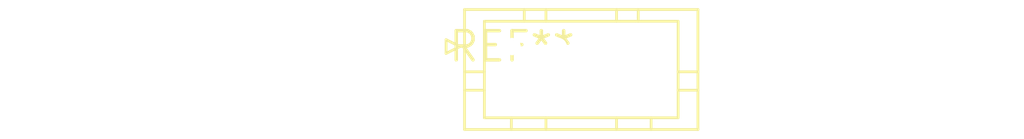
<source format=kicad_pcb>
(kicad_pcb (version 20240108) (generator pcbnew)
  (layers (0 "F.Cu" signal) (31 "B.Cu" signal) (34 "B.Paste" user) (35 "F.Paste" user) (36 "B.SilkS" user "B.Silkscreen") (37 "F.SilkS" user "F.Silkscreen") (38 "B.Mask" user) (39 "F.Mask" user) (44 "Edge.Cuts" user))
  (net 0 "")
  (footprint "JST_PHD_B8B-PHDSS_2x04_P2.00mm_Vertical" (layer "F.Cu") (at 0 0)
    (property "Reference" "REF**")
    (property "Value" "JST_PHD_B8B-PHDSS_2x04_P2.00mm_Vertical")
    (fp_line (start -2.86 -0.3) (end -2.26 0) (layer "F.SilkS") (stroke (width 0.12)))
    (fp_line (start -2.86 0.3) (end -2.86 -0.3) (layer "F.SilkS") (stroke (width 0.12)))
    (fp_line (start -2.26 0) (end -2.86 0.3) (layer "F.SilkS") (stroke (width 0.12)))
    (fp_line (start -2.06 -1.61) (end -2.06 3.61) (layer "F.SilkS") (stroke (width 0.12)))
    (fp_line (start -2.06 1.1) (end -1.2 1.1) (layer "F.SilkS") (stroke (width 0.12)))
    (fp_line (start -2.06 1.9) (end -1.2 1.9) (layer "F.SilkS") (stroke (width 0.12)))
    (fp_line (start -2.06 3.61) (end 8.06 3.61) (layer "F.SilkS") (stroke (width 0.12)))
    (fp_line (start -1.2 -1.1) (end -1.2 3.1) (layer "F.SilkS") (stroke (width 0.12)))
    (fp_line (start -1.2 3.1) (end 7.2 3.1) (layer "F.SilkS") (stroke (width 0.12)))
    (fp_line (start -0.03 3.61) (end -0.03 3.1) (layer "F.SilkS") (stroke (width 0.12)))
    (fp_line (start 0.53 -1.61) (end 0.53 -1.1) (layer "F.SilkS") (stroke (width 0.12)))
    (fp_line (start 1.47 -1.61) (end 1.47 -1.1) (layer "F.SilkS") (stroke (width 0.12)))
    (fp_line (start 1.47 3.61) (end 1.47 3.1) (layer "F.SilkS") (stroke (width 0.12)))
    (fp_line (start 4.53 -1.61) (end 4.53 -1.1) (layer "F.SilkS") (stroke (width 0.12)))
    (fp_line (start 4.53 3.61) (end 4.53 3.1) (layer "F.SilkS") (stroke (width 0.12)))
    (fp_line (start 5.47 -1.61) (end 5.47 -1.1) (layer "F.SilkS") (stroke (width 0.12)))
    (fp_line (start 6.03 3.61) (end 6.03 3.1) (layer "F.SilkS") (stroke (width 0.12)))
    (fp_line (start 7.2 -1.1) (end -1.2 -1.1) (layer "F.SilkS") (stroke (width 0.12)))
    (fp_line (start 7.2 3.1) (end 7.2 -1.1) (layer "F.SilkS") (stroke (width 0.12)))
    (fp_line (start 8.06 -1.61) (end -2.06 -1.61) (layer "F.SilkS") (stroke (width 0.12)))
    (fp_line (start 8.06 1.1) (end 7.2 1.1) (layer "F.SilkS") (stroke (width 0.12)))
    (fp_line (start 8.06 1.9) (end 7.2 1.9) (layer "F.SilkS") (stroke (width 0.12)))
    (fp_line (start 8.06 3.61) (end 8.06 -1.61) (layer "F.SilkS") (stroke (width 0.12)))
    (pad "1" thru_hole roundrect (at 0 0) (size 1.2 1.2) (drill 0.75) (layers *.Cu *.Mask) (remove_unused_layers) (roundrect_rratio 0.208333))
    (pad "2" thru_hole circle (at 0 2) (size 1.2 1.2) (drill 0.75) (layers *.Cu *.Mask) (remove_unused_layers))
    (pad "3" thru_hole circle (at 2 0) (size 1.2 1.2) (drill 0.75) (layers *.Cu *.Mask) (remove_unused_layers))
    (pad "4" thru_hole circle (at 2 2) (size 1.2 1.2) (drill 0.75) (layers *.Cu *.Mask) (remove_unused_layers))
    (pad "5" thru_hole circle (at 4 0) (size 1.2 1.2) (drill 0.75) (layers *.Cu *.Mask) (remove_unused_layers))
    (pad "6" thru_hole circle (at 4 2) (size 1.2 1.2) (drill 0.75) (layers *.Cu *.Mask) (remove_unused_layers))
    (pad "7" thru_hole circle (at 6 0) (size 1.2 1.2) (drill 0.75) (layers *.Cu *.Mask) (remove_unused_layers))
    (pad "8" thru_hole circle (at 6 2) (size 1.2 1.2) (drill 0.75) (layers *.Cu *.Mask) (remove_unused_layers))
  )
)
</source>
